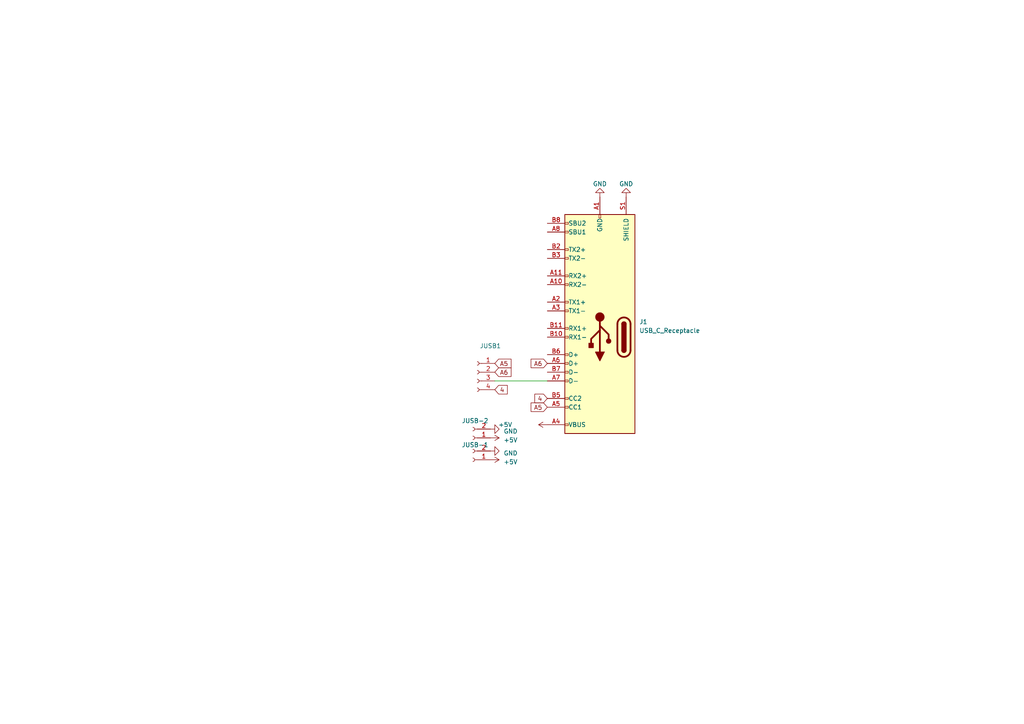
<source format=kicad_sch>
(kicad_sch (version 20230121) (generator eeschema)
  (paper "A4")
  (lib_symbols
    (symbol "Connector:Conn_01x02_Socket" (pin_names (offset 1.016) hide)
      (property "Reference" "J" (at 0 2.54 0))
      (property "Value" "Conn_01x02_Socket" (at 0 -5.08 0))
      (symbol "Conn_01x02_Socket_1_1"
        (arc (start 0 -2.032) (mid -0.5058 -2.54) (end 0 -3.048) (stroke (width 0.1524)))
        (polyline (pts (xy -1.27 -2.54) (xy -0.508 -2.54)) (stroke (width 0.1524)))
        (polyline (pts (xy -1.27 0) (xy -0.508 0)) (stroke (width 0.1524)))
        (arc (start 0 0.508) (mid -0.5058 0) (end 0 -0.508) (stroke (width 0.1524)))
        (pin passive line (at -5.08 0 0) (length 3.81) (name "Pin_1") (number "1"))
        (pin passive line (at -5.08 -2.54 0) (length 3.81) (name "Pin_2") (number "2"))
      )
    )
    (symbol "Connector:Conn_01x04_Socket" (pin_names (offset 1.016) hide)
      (property "Reference" "J" (at 0 5.08 0))
      (property "Value" "Conn_01x04_Socket" (at 0 -7.62 0))
      (symbol "Conn_01x04_Socket_1_1"
        (arc (start 0 -4.572) (mid -0.5058 -5.08) (end 0 -5.588) (stroke (width 0.1524)))
        (arc (start 0 -2.032) (mid -0.5058 -2.54) (end 0 -3.048) (stroke (width 0.1524)))
        (polyline (pts (xy -1.27 -5.08) (xy -0.508 -5.08)) (stroke (width 0.1524)))
        (polyline (pts (xy -1.27 -2.54) (xy -0.508 -2.54)) (stroke (width 0.1524)))
        (polyline (pts (xy -1.27 0) (xy -0.508 0)) (stroke (width 0.1524)))
        (polyline (pts (xy -1.27 2.54) (xy -0.508 2.54)) (stroke (width 0.1524)))
        (arc (start 0 0.508) (mid -0.5058 0) (end 0 -0.508) (stroke (width 0.1524)))
        (arc (start 0 3.048) (mid -0.5058 2.54) (end 0 2.032) (stroke (width 0.1524)))
        (pin passive line (at -5.08 2.54 0) (length 3.81) (name "Pin_1") (number "1"))
        (pin passive line (at -5.08 0 0) (length 3.81) (name "Pin_2") (number "2"))
        (pin passive line (at -5.08 -2.54 0) (length 3.81) (name "Pin_3") (number "3"))
        (pin passive line (at -5.08 -5.08 0) (length 3.81) (name "Pin_4") (number "4"))
      )
    )
    (symbol "Connector:USB_C_Receptacle" (pin_names (offset 1.016))
      (property "Reference" "J" (at -10.16 29.21 0))
      (property "Value" "USB_C_Receptacle" (at 10.16 29.21 0))
      (symbol "USB_C_Receptacle_0_0"
        (rectangle (start -0.254 -35.56) (end 0.254 -34.544))
        (rectangle (start 10.16 -32.766) (end 9.144 -33.274))
        (rectangle (start 10.16 -30.226) (end 9.144 -30.734))
        (rectangle (start 10.16 -25.146) (end 9.144 -25.654))
        (rectangle (start 10.16 -22.606) (end 9.144 -23.114))
        (rectangle (start 10.16 -17.526) (end 9.144 -18.034))
        (rectangle (start 10.16 -14.986) (end 9.144 -15.494))
        (rectangle (start 10.16 -9.906) (end 9.144 -10.414))
        (rectangle (start 10.16 -7.366) (end 9.144 -7.874))
        (rectangle (start 10.16 -2.286) (end 9.144 -2.794))
        (rectangle (start 10.16 0.254) (end 9.144 -0.254))
        (rectangle (start 10.16 5.334) (end 9.144 4.826))
        (rectangle (start 10.16 7.874) (end 9.144 7.366))
        (rectangle (start 10.16 10.414) (end 9.144 9.906))
        (rectangle (start 10.16 12.954) (end 9.144 12.446))
        (rectangle (start 10.16 18.034) (end 9.144 17.526))
        (rectangle (start 10.16 20.574) (end 9.144 20.066))
        (rectangle (start 10.16 25.654) (end 9.144 25.146))
      )
      (symbol "USB_C_Receptacle_0_1"
        (rectangle (start -10.16 27.94) (end 10.16 -35.56) (stroke (width 0.254)) (fill (type background)))
        (arc (start -8.89 -3.81) (mid -6.985 -5.7067) (end -5.08 -3.81) (stroke (width 0.508)))
        (arc (start -7.62 -3.81) (mid -6.985 -4.4423) (end -6.35 -3.81) (stroke (width 0.254)))
        (arc (start -7.62 -3.81) (mid -6.985 -4.4423) (end -6.35 -3.81) (stroke (width 0.254)) (fill (type outline)))
        (rectangle (start -7.62 -3.81) (end -6.35 3.81) (stroke (width 0.254)) (fill (type outline)))
        (arc (start -6.35 3.81) (mid -6.985 4.4423) (end -7.62 3.81) (stroke (width 0.254)))
        (arc (start -6.35 3.81) (mid -6.985 4.4423) (end -7.62 3.81) (stroke (width 0.254)) (fill (type outline)))
        (arc (start -5.08 3.81) (mid -6.985 5.7067) (end -8.89 3.81) (stroke (width 0.508)))
        (polyline (pts (xy -8.89 -3.81) (xy -8.89 3.81)) (stroke (width 0.508)))
        (polyline (pts (xy -5.08 3.81) (xy -5.08 -3.81)) (stroke (width 0.508)))
      )
      (symbol "USB_C_Receptacle_1_1"
        (circle (center -2.54 1.143) (radius 0.635) (stroke (width 0.254)) (fill (type outline)))
        (circle (center 0 -5.842) (radius 1.27) (fill (type outline)))
        (polyline (pts (xy 0 -5.842) (xy 0 4.318)) (stroke (width 0.508)))
        (polyline (pts (xy 0 -3.302) (xy -2.54 -0.762) (xy -2.54 0.508)) (stroke (width 0.508)))
        (polyline (pts (xy 0 -2.032) (xy 2.54 0.508) (xy 2.54 1.778)) (stroke (width 0.508)))
        (polyline (pts (xy -1.27 4.318) (xy 0 6.858) (xy 1.27 4.318) (xy -1.27 4.318)) (stroke (width 0.254)) (fill (type outline)))
        (rectangle (start 1.905 1.778) (end 3.175 3.048) (stroke (width 0.254)) (fill (type outline)))
        (pin passive line (at 0 -40.64 90) (length 5.08) (name "GND") (number "A1"))
        (pin bidirectional line (at 15.24 -15.24 180) (length 5.08) (name "RX2-") (number "A10"))
        (pin bidirectional line (at 15.24 -17.78 180) (length 5.08) (name "RX2+") (number "A11"))
        (pin passive line (at 0 -40.64 90) (length 5.08) hide (name "GND") (number "A12"))
        (pin bidirectional line (at 15.24 -10.16 180) (length 5.08) (name "TX1+") (number "A2"))
        (pin bidirectional line (at 15.24 -7.62 180) (length 5.08) (name "TX1-") (number "A3"))
        (pin passive line (at 15.24 25.4 180) (length 5.08) (name "VBUS") (number "A4"))
        (pin bidirectional line (at 15.24 20.32 180) (length 5.08) (name "CC1") (number "A5"))
        (pin bidirectional line (at 15.24 7.62 180) (length 5.08) (name "D+") (number "A6"))
        (pin bidirectional line (at 15.24 12.7 180) (length 5.08) (name "D-") (number "A7"))
        (pin bidirectional line (at 15.24 -30.48 180) (length 5.08) (name "SBU1") (number "A8"))
        (pin passive line (at 15.24 25.4 180) (length 5.08) hide (name "VBUS") (number "A9"))
        (pin passive line (at 0 -40.64 90) (length 5.08) hide (name "GND") (number "B1"))
        (pin bidirectional line (at 15.24 0 180) (length 5.08) (name "RX1-") (number "B10"))
        (pin bidirectional line (at 15.24 -2.54 180) (length 5.08) (name "RX1+") (number "B11"))
        (pin passive line (at 0 -40.64 90) (length 5.08) hide (name "GND") (number "B12"))
        (pin bidirectional line (at 15.24 -25.4 180) (length 5.08) (name "TX2+") (number "B2"))
        (pin bidirectional line (at 15.24 -22.86 180) (length 5.08) (name "TX2-") (number "B3"))
        (pin passive line (at 15.24 25.4 180) (length 5.08) hide (name "VBUS") (number "B4"))
        (pin bidirectional line (at 15.24 17.78 180) (length 5.08) (name "CC2") (number "B5"))
        (pin bidirectional line (at 15.24 5.08 180) (length 5.08) (name "D+") (number "B6"))
        (pin bidirectional line (at 15.24 10.16 180) (length 5.08) (name "D-") (number "B7"))
        (pin bidirectional line (at 15.24 -33.02 180) (length 5.08) (name "SBU2") (number "B8"))
        (pin passive line (at 15.24 25.4 180) (length 5.08) hide (name "VBUS") (number "B9"))
        (pin passive line (at -7.62 -40.64 90) (length 5.08) (name "SHIELD") (number "S1"))
      )
    )
    (symbol "power:+5V" (power) (pin_names (offset 0))
      (property "Value" "+5V" (at 0 3.556 0))
      (symbol "+5V_0_1"
        (polyline (pts (xy -0.762 1.27) (xy 0 2.54)))
        (polyline (pts (xy 0 0) (xy 0 2.54)))
        (polyline (pts (xy 0 2.54) (xy 0.762 1.27)))
      )
      (symbol "+5V_1_1"
        (pin power_in line (at 0 0 90) (length 0) hide (name "+5V") (number "1"))
      )
    )
    (symbol "power:GND" (power) (pin_names (offset 0))
      (property "Value" "GND" (at 0 -3.81 0))
      (symbol "GND_0_1"
        (polyline (pts (xy 0 0) (xy 0 -1.27) (xy 1.27 -1.27) (xy 0 -2.54) (xy -1.27 -1.27) (xy 0 -1.27)))
      )
      (symbol "GND_1_1"
        (pin power_in line (at 0 0 270) (length 0) hide (name "GND") (number "1"))
      )
    )
  )
  (wire (pts (xy 143.51 110.49) (xy 158.75 110.49)))
  (global_label "4" (shape input) (at 158.75 115.57 180) (property "Intersheetrefs" "${INTERSHEET_REFS}" (effects hide)))
  (global_label "A5" (shape input) (at 143.51 105.41 0) (property "Intersheetrefs" "${INTERSHEET_REFS}" (effects hide)))
  (global_label "4" (shape input) (at 143.51 113.03 0) (property "Intersheetrefs" "${INTERSHEET_REFS}" (effects hide)))
  (global_label "A6" (shape input) (at 158.75 105.41 180) (property "Intersheetrefs" "${INTERSHEET_REFS}" (effects hide)))
  (global_label "A6" (shape input) (at 143.51 107.95 0) (property "Intersheetrefs" "${INTERSHEET_REFS}" (effects hide)))
  (global_label "A5" (shape input) (at 158.75 118.11 180) (property "Intersheetrefs" "${INTERSHEET_REFS}" (effects hide)))
  (symbol (lib_id "power:GND") (at 142.24 130.81 90) (unit 1)
    (property "Reference" "#PWR02" (effects hide))
    (property "Value" "GND" (at 146.05 131.445 90) (effects (justify right)))
  )
  (symbol (lib_id "power:+5V") (at 142.24 133.35 270) (unit 1)
    (property "Reference" "#PWR05" (effects hide))
    (property "Value" "+5V" (at 146.05 133.985 90) (effects (justify left)))
  )
  (symbol (lib_id "Connector:Conn_01x02_Socket") (at 137.16 127 180) (unit 1)
    (property "Reference" "JUSB-2" (at 137.795 122.047 0))
    (property "Value" "Conn_01x02_Socket" (effects hide))
    (property "Footprint" "Connector_PinHeader_2.54mm:PinHeader_1x02_P2.54mm_Vertical" (effects hide))
  )
  (symbol (lib_id "power:GND") (at 142.24 124.46 90) (unit 1)
    (property "Reference" "#PWR01" (effects hide))
    (property "Value" "GND" (at 146.05 125.095 90) (effects (justify right)))
  )
  (symbol (lib_id "Connector:USB_C_Receptacle") (at 173.99 97.79 180) (unit 1)
    (property "Reference" "J1" (at 185.42 93.345 0) (effects (justify right)))
    (property "Value" "USB_C_Receptacle" (at 185.42 95.885 0) (effects (justify right)))
    (property "Footprint" "Riser:molex 1054440001" (effects hide))
    (property "Datasheet" "https://www.molex.com/pdm_docs/sd/1054440011_sd.pdf" (effects hide))
  )
  (symbol (lib_id "Connector:Conn_01x04_Socket") (at 138.43 107.95 0) (mirror y) (unit 1)
    (property "Reference" "JUSB1" (at 142.24 100.33 0))
    (property "Value" "Conn_01x04_Socket" (effects hide))
    (property "Footprint" "Connector_PinHeader_1.27mm:PinHeader_1x04_P1.27mm_Vertical" (effects hide))
  )
  (symbol (lib_id "Connector:Conn_01x02_Socket") (at 137.16 133.35 180) (unit 1)
    (property "Reference" "JUSB-1" (at 137.795 129.032 0))
    (property "Value" "Conn_01x02_Socket" (effects hide))
    (property "Footprint" "Connector_PinHeader_2.54mm:PinHeader_1x02_P2.54mm_Vertical" (effects hide))
  )
  (symbol (lib_id "power:+5V") (at 158.75 123.19 90) (unit 1)
    (property "Reference" "#PWR06" (effects hide))
    (property "Value" "+5V" (at 148.59 123.19 90) (effects (justify left)))
  )
  (symbol (lib_id "power:+5V") (at 142.24 127 270) (unit 1)
    (property "Reference" "#PWR04" (effects hide))
    (property "Value" "+5V" (at 146.05 127.635 90) (effects (justify left)))
  )
  (symbol (lib_id "power:GND") (at 173.99 57.15 180) (unit 1)
    (property "Reference" "#PWR03" (effects hide))
    (property "Value" "GND" (at 173.99 53.34 0))
  )
  (symbol (lib_id "power:GND") (at 181.61 57.15 180) (unit 1)
    (property "Reference" "#PWR07" (effects hide))
    (property "Value" "GND" (at 181.61 53.34 0))
  )
)
</source>
